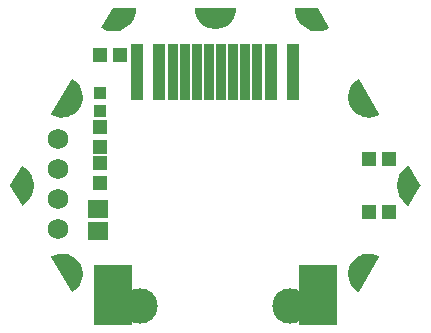
<source format=gbr>
G04 EAGLE Gerber RS-274X export*
G75*
%MOMM*%
%FSLAX34Y34*%
%LPD*%
%INSoldermask Top*%
%IPPOS*%
%AMOC8*
5,1,8,0,0,1.08239X$1,22.5*%
G01*
%ADD10R,1.003200X1.003200*%
%ADD11R,1.303200X1.203200*%
%ADD12R,1.203200X1.303200*%
%ADD13R,1.703200X1.503200*%
%ADD14C,3.003200*%
%ADD15R,0.813200X4.803200*%
%ADD16R,1.013200X4.803200*%
%ADD17R,3.203200X5.103200*%
%ADD18C,1.203200*%
%ADD19C,1.727200*%

G36*
X334178Y546586D02*
X334178Y546586D01*
X334226Y546586D01*
X336995Y547048D01*
X337028Y547060D01*
X337075Y547068D01*
X339731Y547980D01*
X339761Y547997D01*
X339806Y548013D01*
X342276Y549349D01*
X342302Y549371D01*
X342345Y549394D01*
X344560Y551119D01*
X344583Y551145D01*
X344621Y551175D01*
X346523Y553240D01*
X346541Y553270D01*
X346573Y553305D01*
X348109Y555656D01*
X348122Y555688D01*
X348148Y555728D01*
X349276Y558300D01*
X349283Y558333D01*
X349303Y558378D01*
X349992Y561099D01*
X349994Y561134D01*
X350006Y561181D01*
X350238Y563979D01*
X350234Y564008D01*
X350239Y564037D01*
X350223Y564106D01*
X350214Y564176D01*
X350200Y564202D01*
X350193Y564230D01*
X350151Y564287D01*
X350116Y564349D01*
X350092Y564367D01*
X350075Y564390D01*
X350014Y564426D01*
X349957Y564469D01*
X349929Y564477D01*
X349904Y564492D01*
X349806Y564508D01*
X349765Y564519D01*
X349754Y564517D01*
X349740Y564519D01*
X315740Y564519D01*
X315711Y564513D01*
X315682Y564516D01*
X315615Y564494D01*
X315545Y564480D01*
X315521Y564463D01*
X315493Y564454D01*
X315440Y564407D01*
X315381Y564367D01*
X315366Y564343D01*
X315344Y564323D01*
X315312Y564259D01*
X315274Y564200D01*
X315269Y564171D01*
X315257Y564145D01*
X315248Y564045D01*
X315241Y564003D01*
X315244Y563993D01*
X315242Y563979D01*
X315474Y561181D01*
X315484Y561147D01*
X315488Y561099D01*
X316177Y558378D01*
X316192Y558346D01*
X316204Y558300D01*
X317332Y555728D01*
X317352Y555700D01*
X317371Y555656D01*
X318907Y553305D01*
X318931Y553281D01*
X318957Y553240D01*
X320859Y551175D01*
X320887Y551154D01*
X320920Y551119D01*
X323135Y549394D01*
X323166Y549379D01*
X323204Y549349D01*
X325674Y548013D01*
X325707Y548003D01*
X325749Y547980D01*
X326840Y547605D01*
X328295Y547106D01*
X328405Y547068D01*
X328439Y547064D01*
X328485Y547048D01*
X331254Y546586D01*
X331289Y546587D01*
X331336Y546579D01*
X334144Y546579D01*
X334178Y546586D01*
G37*
G36*
X211347Y323830D02*
X211347Y323830D01*
X211418Y323827D01*
X211445Y323837D01*
X211474Y323839D01*
X211564Y323881D01*
X211604Y323896D01*
X211612Y323904D01*
X211625Y323910D01*
X213928Y325509D01*
X213952Y325535D01*
X213992Y325562D01*
X216001Y327519D01*
X216020Y327548D01*
X216055Y327581D01*
X217714Y329842D01*
X217729Y329873D01*
X217758Y329912D01*
X219022Y332415D01*
X219031Y332449D01*
X219053Y332492D01*
X219889Y335169D01*
X219892Y335203D01*
X219907Y335249D01*
X220290Y338028D01*
X220288Y338062D01*
X220294Y338110D01*
X220215Y340913D01*
X220207Y340947D01*
X220206Y340995D01*
X219667Y343747D01*
X219653Y343779D01*
X219644Y343827D01*
X218659Y346452D01*
X218644Y346477D01*
X218639Y346497D01*
X218631Y346507D01*
X218624Y346527D01*
X217220Y348955D01*
X217197Y348981D01*
X217173Y349023D01*
X215389Y351186D01*
X215362Y351208D01*
X215331Y351245D01*
X213215Y353086D01*
X213185Y353103D01*
X213149Y353135D01*
X210758Y354602D01*
X210726Y354613D01*
X210685Y354639D01*
X208086Y355692D01*
X208052Y355699D01*
X208007Y355717D01*
X205270Y356328D01*
X205235Y356329D01*
X205188Y356340D01*
X202388Y356492D01*
X202354Y356487D01*
X202306Y356490D01*
X199518Y356180D01*
X199485Y356169D01*
X199437Y356164D01*
X196739Y355399D01*
X196709Y355383D01*
X196662Y355370D01*
X194127Y354171D01*
X194103Y354154D01*
X194076Y354144D01*
X194024Y354095D01*
X193967Y354052D01*
X193953Y354027D01*
X193932Y354007D01*
X193903Y353942D01*
X193867Y353881D01*
X193864Y353852D01*
X193852Y353825D01*
X193851Y353754D01*
X193842Y353683D01*
X193850Y353655D01*
X193850Y353626D01*
X193884Y353533D01*
X193896Y353492D01*
X193903Y353483D01*
X193908Y353470D01*
X210908Y324070D01*
X210927Y324048D01*
X210940Y324022D01*
X210993Y323974D01*
X211040Y323921D01*
X211066Y323909D01*
X211088Y323889D01*
X211155Y323866D01*
X211219Y323836D01*
X211248Y323834D01*
X211276Y323825D01*
X211347Y323830D01*
G37*
G36*
X463126Y471553D02*
X463126Y471553D01*
X463174Y471550D01*
X465962Y471860D01*
X465995Y471871D01*
X466043Y471876D01*
X468741Y472641D01*
X468771Y472657D01*
X468818Y472670D01*
X471353Y473869D01*
X471377Y473886D01*
X471404Y473896D01*
X471456Y473945D01*
X471513Y473988D01*
X471527Y474013D01*
X471549Y474033D01*
X471577Y474098D01*
X471613Y474160D01*
X471616Y474188D01*
X471628Y474215D01*
X471629Y474286D01*
X471638Y474357D01*
X471630Y474385D01*
X471630Y474414D01*
X471596Y474507D01*
X471584Y474548D01*
X471577Y474557D01*
X471572Y474570D01*
X454572Y503970D01*
X454553Y503992D01*
X454540Y504018D01*
X454487Y504066D01*
X454440Y504119D01*
X454414Y504131D01*
X454392Y504151D01*
X454325Y504174D01*
X454261Y504204D01*
X454232Y504206D01*
X454204Y504215D01*
X454133Y504210D01*
X454062Y504213D01*
X454035Y504203D01*
X454006Y504201D01*
X453916Y504159D01*
X453876Y504144D01*
X453868Y504136D01*
X453855Y504130D01*
X451552Y502531D01*
X451528Y502506D01*
X451488Y502478D01*
X449479Y500521D01*
X449460Y500492D01*
X449425Y500459D01*
X447766Y498198D01*
X447751Y498167D01*
X447722Y498128D01*
X446458Y495625D01*
X446449Y495591D01*
X446427Y495548D01*
X445591Y492871D01*
X445588Y492837D01*
X445573Y492791D01*
X445190Y490012D01*
X445192Y489978D01*
X445186Y489930D01*
X445265Y487127D01*
X445273Y487093D01*
X445274Y487045D01*
X445813Y484293D01*
X445827Y484261D01*
X445836Y484213D01*
X446821Y481588D01*
X446839Y481558D01*
X446856Y481513D01*
X448260Y479085D01*
X448283Y479059D01*
X448307Y479018D01*
X450091Y476854D01*
X450118Y476832D01*
X450149Y476795D01*
X452265Y474954D01*
X452295Y474937D01*
X452331Y474906D01*
X454722Y473438D01*
X454754Y473427D01*
X454795Y473401D01*
X457394Y472348D01*
X457428Y472341D01*
X457473Y472323D01*
X460210Y471712D01*
X460245Y471711D01*
X460292Y471700D01*
X463092Y471548D01*
X463126Y471553D01*
G37*
G36*
X454166Y323831D02*
X454166Y323831D01*
X454237Y323830D01*
X454264Y323841D01*
X454293Y323845D01*
X454355Y323879D01*
X454420Y323907D01*
X454441Y323928D01*
X454466Y323942D01*
X454529Y324018D01*
X454559Y324049D01*
X454563Y324059D01*
X454572Y324070D01*
X471572Y353470D01*
X471581Y353498D01*
X471598Y353522D01*
X471613Y353591D01*
X471635Y353659D01*
X471633Y353688D01*
X471639Y353716D01*
X471626Y353786D01*
X471620Y353857D01*
X471607Y353883D01*
X471601Y353911D01*
X471561Y353970D01*
X471529Y354033D01*
X471506Y354052D01*
X471490Y354076D01*
X471408Y354133D01*
X471375Y354160D01*
X471365Y354163D01*
X471353Y354171D01*
X468818Y355370D01*
X468784Y355378D01*
X468741Y355399D01*
X466043Y356164D01*
X466008Y356166D01*
X465962Y356180D01*
X463174Y356490D01*
X463140Y356487D01*
X463092Y356492D01*
X460292Y356340D01*
X460258Y356331D01*
X460210Y356328D01*
X457473Y355717D01*
X457441Y355703D01*
X457394Y355692D01*
X454795Y354639D01*
X454766Y354620D01*
X454722Y354602D01*
X452331Y353135D01*
X452306Y353111D01*
X452265Y353086D01*
X450149Y351245D01*
X450128Y351218D01*
X450091Y351186D01*
X448307Y349023D01*
X448291Y348992D01*
X448260Y348955D01*
X446856Y346527D01*
X446845Y346494D01*
X446838Y346482D01*
X446828Y346467D01*
X446828Y346464D01*
X446821Y346452D01*
X445836Y343827D01*
X445830Y343792D01*
X445813Y343747D01*
X445274Y340995D01*
X445274Y340961D01*
X445265Y340913D01*
X445186Y338110D01*
X445192Y338076D01*
X445190Y338028D01*
X445573Y335249D01*
X445585Y335217D01*
X445591Y335169D01*
X446427Y332492D01*
X446444Y332461D01*
X446458Y332415D01*
X447722Y329912D01*
X447744Y329885D01*
X447766Y329842D01*
X449425Y327581D01*
X449451Y327558D01*
X449479Y327519D01*
X451488Y325562D01*
X451517Y325543D01*
X451552Y325509D01*
X453855Y323910D01*
X453882Y323898D01*
X453905Y323880D01*
X453973Y323859D01*
X454038Y323831D01*
X454067Y323831D01*
X454095Y323823D01*
X454166Y323831D01*
G37*
G36*
X205188Y471700D02*
X205188Y471700D01*
X205222Y471709D01*
X205270Y471712D01*
X208007Y472323D01*
X208039Y472337D01*
X208086Y472348D01*
X210685Y473401D01*
X210714Y473420D01*
X210758Y473438D01*
X213149Y474906D01*
X213174Y474929D01*
X213215Y474954D01*
X215331Y476795D01*
X215352Y476822D01*
X215389Y476854D01*
X217173Y479018D01*
X217189Y479048D01*
X217220Y479085D01*
X218624Y481513D01*
X218635Y481546D01*
X218659Y481588D01*
X219644Y484213D01*
X219650Y484248D01*
X219667Y484293D01*
X220206Y487045D01*
X220206Y487080D01*
X220215Y487127D01*
X220294Y489930D01*
X220289Y489964D01*
X220290Y490012D01*
X219907Y492791D01*
X219895Y492823D01*
X219889Y492871D01*
X219053Y495548D01*
X219036Y495579D01*
X219022Y495625D01*
X217758Y498128D01*
X217736Y498155D01*
X217714Y498198D01*
X216055Y500459D01*
X216029Y500482D01*
X216001Y500521D01*
X213992Y502478D01*
X213963Y502497D01*
X213928Y502531D01*
X211625Y504130D01*
X211598Y504142D01*
X211575Y504160D01*
X211507Y504181D01*
X211442Y504209D01*
X211413Y504209D01*
X211385Y504217D01*
X211314Y504209D01*
X211243Y504210D01*
X211216Y504199D01*
X211187Y504195D01*
X211125Y504161D01*
X211060Y504133D01*
X211039Y504112D01*
X211014Y504098D01*
X210951Y504022D01*
X210921Y503991D01*
X210917Y503981D01*
X210908Y503970D01*
X193908Y474570D01*
X193899Y474542D01*
X193882Y474518D01*
X193867Y474449D01*
X193845Y474381D01*
X193847Y474352D01*
X193841Y474324D01*
X193854Y474254D01*
X193860Y474183D01*
X193873Y474157D01*
X193879Y474129D01*
X193919Y474070D01*
X193951Y474007D01*
X193974Y473988D01*
X193990Y473964D01*
X194072Y473907D01*
X194105Y473880D01*
X194115Y473877D01*
X194127Y473869D01*
X196662Y472670D01*
X196696Y472662D01*
X196739Y472641D01*
X199437Y471876D01*
X199472Y471874D01*
X199518Y471860D01*
X202306Y471550D01*
X202340Y471553D01*
X202388Y471548D01*
X205188Y471700D01*
G37*
G36*
X496467Y397031D02*
X496467Y397031D01*
X496538Y397031D01*
X496565Y397042D01*
X496594Y397045D01*
X496656Y397080D01*
X496721Y397108D01*
X496742Y397128D01*
X496767Y397143D01*
X496830Y397220D01*
X496860Y397250D01*
X496864Y397260D01*
X496873Y397271D01*
X506373Y413771D01*
X506383Y413803D01*
X506392Y413816D01*
X506396Y413840D01*
X506397Y413844D01*
X506428Y413914D01*
X506428Y413938D01*
X506436Y413960D01*
X506430Y414036D01*
X506431Y414113D01*
X506421Y414137D01*
X506420Y414158D01*
X506399Y414197D01*
X506373Y414269D01*
X496873Y430769D01*
X496854Y430791D01*
X496841Y430817D01*
X496788Y430865D01*
X496741Y430918D01*
X496715Y430931D01*
X496694Y430950D01*
X496626Y430973D01*
X496562Y431004D01*
X496533Y431006D01*
X496506Y431015D01*
X496434Y431010D01*
X496363Y431013D01*
X496336Y431003D01*
X496307Y431001D01*
X496217Y430959D01*
X496177Y430944D01*
X496169Y430937D01*
X496156Y430931D01*
X493633Y429189D01*
X493609Y429165D01*
X493571Y429138D01*
X491359Y427014D01*
X491340Y426986D01*
X491306Y426954D01*
X489464Y424503D01*
X489450Y424472D01*
X489421Y424435D01*
X487996Y421720D01*
X487987Y421689D01*
X487971Y421664D01*
X487970Y421655D01*
X487965Y421646D01*
X486994Y418738D01*
X486990Y418704D01*
X486975Y418660D01*
X486483Y415633D01*
X486484Y415599D01*
X486476Y415553D01*
X486476Y412487D01*
X486477Y412483D01*
X486477Y412481D01*
X486483Y412454D01*
X486483Y412407D01*
X486975Y409380D01*
X486987Y409349D01*
X486994Y409302D01*
X487965Y406394D01*
X487982Y406365D01*
X487996Y406320D01*
X489421Y403605D01*
X489443Y403579D01*
X489464Y403537D01*
X491306Y401086D01*
X491331Y401063D01*
X491359Y401026D01*
X493571Y398902D01*
X493599Y398884D01*
X493633Y398851D01*
X496156Y397109D01*
X496183Y397098D01*
X496205Y397079D01*
X496274Y397059D01*
X496339Y397031D01*
X496368Y397031D01*
X496396Y397023D01*
X496467Y397031D01*
G37*
G36*
X169046Y397030D02*
X169046Y397030D01*
X169117Y397027D01*
X169144Y397037D01*
X169173Y397039D01*
X169263Y397081D01*
X169303Y397096D01*
X169311Y397103D01*
X169324Y397109D01*
X171847Y398851D01*
X171871Y398875D01*
X171909Y398902D01*
X174121Y401026D01*
X174140Y401054D01*
X174174Y401086D01*
X176016Y403537D01*
X176030Y403568D01*
X176059Y403605D01*
X177484Y406320D01*
X177493Y406353D01*
X177515Y406394D01*
X178486Y409302D01*
X178490Y409336D01*
X178505Y409380D01*
X178997Y412407D01*
X178996Y412441D01*
X179004Y412487D01*
X179004Y415553D01*
X178997Y415586D01*
X178997Y415633D01*
X178505Y418660D01*
X178493Y418691D01*
X178486Y418738D01*
X177515Y421646D01*
X177502Y421669D01*
X177496Y421694D01*
X177489Y421703D01*
X177484Y421720D01*
X176059Y424435D01*
X176037Y424461D01*
X176016Y424503D01*
X174174Y426954D01*
X174149Y426977D01*
X174121Y427014D01*
X171909Y429138D01*
X171881Y429156D01*
X171847Y429189D01*
X169324Y430931D01*
X169297Y430942D01*
X169275Y430961D01*
X169206Y430981D01*
X169141Y431009D01*
X169112Y431009D01*
X169084Y431017D01*
X169013Y431009D01*
X168942Y431010D01*
X168915Y430998D01*
X168886Y430995D01*
X168824Y430960D01*
X168759Y430932D01*
X168738Y430912D01*
X168713Y430897D01*
X168650Y430820D01*
X168620Y430790D01*
X168616Y430780D01*
X168607Y430769D01*
X159107Y414269D01*
X159083Y414196D01*
X159052Y414126D01*
X159052Y414102D01*
X159044Y414080D01*
X159051Y414004D01*
X159050Y413927D01*
X159059Y413903D01*
X159060Y413882D01*
X159081Y413843D01*
X159100Y413791D01*
X159101Y413785D01*
X159103Y413783D01*
X159107Y413771D01*
X168607Y397271D01*
X168626Y397249D01*
X168639Y397223D01*
X168692Y397175D01*
X168739Y397122D01*
X168765Y397109D01*
X168787Y397090D01*
X168854Y397067D01*
X168918Y397036D01*
X168947Y397035D01*
X168974Y397025D01*
X169046Y397030D01*
G37*
G36*
X420109Y544505D02*
X420109Y544505D01*
X420156Y544503D01*
X423194Y544868D01*
X423226Y544879D01*
X423272Y544884D01*
X426212Y545732D01*
X426242Y545748D01*
X426288Y545760D01*
X429054Y547069D01*
X429076Y547086D01*
X429103Y547096D01*
X429155Y547145D01*
X429213Y547188D01*
X429227Y547213D01*
X429248Y547232D01*
X429277Y547298D01*
X429313Y547360D01*
X429316Y547388D01*
X429328Y547414D01*
X429329Y547486D01*
X429338Y547557D01*
X429330Y547584D01*
X429331Y547613D01*
X429295Y547708D01*
X429284Y547748D01*
X429277Y547757D01*
X429273Y547769D01*
X419773Y564269D01*
X419721Y564328D01*
X419675Y564390D01*
X419656Y564401D01*
X419641Y564418D01*
X419571Y564452D01*
X419504Y564492D01*
X419480Y564496D01*
X419462Y564504D01*
X419417Y564506D01*
X419340Y564519D01*
X400340Y564519D01*
X400312Y564514D01*
X400284Y564516D01*
X400216Y564494D01*
X400145Y564480D01*
X400122Y564464D01*
X400095Y564455D01*
X400040Y564408D01*
X399981Y564367D01*
X399966Y564343D01*
X399945Y564325D01*
X399913Y564260D01*
X399874Y564200D01*
X399869Y564172D01*
X399857Y564146D01*
X399848Y564045D01*
X399841Y564003D01*
X399843Y563993D01*
X399842Y563980D01*
X400085Y560930D01*
X400094Y560898D01*
X400098Y560851D01*
X400826Y557879D01*
X400841Y557848D01*
X400852Y557803D01*
X402048Y554986D01*
X402067Y554958D01*
X402085Y554915D01*
X403717Y552327D01*
X403741Y552303D01*
X403765Y552263D01*
X405792Y549970D01*
X405819Y549950D01*
X405850Y549914D01*
X408218Y547976D01*
X408248Y547960D01*
X408284Y547931D01*
X410932Y546398D01*
X410964Y546387D01*
X411004Y546363D01*
X413864Y545275D01*
X413897Y545269D01*
X413941Y545252D01*
X416938Y544636D01*
X416972Y544636D01*
X417018Y544627D01*
X420075Y544500D01*
X420109Y544505D01*
G37*
G36*
X248462Y544627D02*
X248462Y544627D01*
X248495Y544635D01*
X248542Y544636D01*
X251539Y545252D01*
X251570Y545265D01*
X251616Y545275D01*
X254476Y546363D01*
X254505Y546381D01*
X254548Y546398D01*
X257196Y547931D01*
X257222Y547953D01*
X257263Y547976D01*
X259630Y549914D01*
X259652Y549941D01*
X259688Y549970D01*
X261715Y552263D01*
X261732Y552292D01*
X261763Y552327D01*
X263395Y554915D01*
X263407Y554947D01*
X263432Y554986D01*
X264628Y557803D01*
X264635Y557836D01*
X264654Y557879D01*
X265382Y560851D01*
X265384Y560885D01*
X265395Y560930D01*
X265638Y563980D01*
X265634Y564009D01*
X265639Y564037D01*
X265622Y564106D01*
X265614Y564178D01*
X265600Y564202D01*
X265593Y564230D01*
X265550Y564288D01*
X265515Y564350D01*
X265492Y564367D01*
X265475Y564390D01*
X265413Y564427D01*
X265356Y564470D01*
X265328Y564477D01*
X265304Y564492D01*
X265204Y564508D01*
X265163Y564519D01*
X265153Y564517D01*
X265140Y564519D01*
X246140Y564519D01*
X246064Y564504D01*
X245986Y564495D01*
X245967Y564484D01*
X245945Y564480D01*
X245881Y564436D01*
X245813Y564397D01*
X245797Y564378D01*
X245781Y564367D01*
X245757Y564329D01*
X245707Y564269D01*
X236207Y547769D01*
X236198Y547742D01*
X236182Y547718D01*
X236167Y547648D01*
X236144Y547580D01*
X236147Y547552D01*
X236141Y547524D01*
X236155Y547454D01*
X236160Y547382D01*
X236173Y547357D01*
X236179Y547329D01*
X236219Y547269D01*
X236252Y547206D01*
X236274Y547188D01*
X236290Y547164D01*
X236373Y547106D01*
X236405Y547079D01*
X236416Y547076D01*
X236427Y547069D01*
X239193Y545760D01*
X239226Y545752D01*
X239268Y545732D01*
X242208Y544884D01*
X242242Y544881D01*
X242286Y544868D01*
X245324Y544503D01*
X245358Y544506D01*
X245405Y544500D01*
X248462Y544627D01*
G37*
D10*
G36*
X239991Y487210D02*
X229960Y487175D01*
X229925Y497206D01*
X239956Y497241D01*
X239991Y487210D01*
G37*
G36*
X240043Y472210D02*
X230012Y472175D01*
X229977Y482206D01*
X240008Y482241D01*
X240043Y472210D01*
G37*
D11*
X235246Y446264D03*
X235246Y463264D03*
D12*
X234982Y415788D03*
X234982Y432788D03*
D13*
X233184Y394500D03*
X233184Y375500D03*
D14*
X395986Y311912D03*
X268986Y311912D03*
D15*
X368186Y510081D03*
X357986Y510081D03*
X347786Y510081D03*
X337586Y510081D03*
X327386Y510081D03*
X317186Y510081D03*
X306986Y510081D03*
X296786Y510081D03*
D16*
X380186Y510081D03*
X398586Y510081D03*
X284786Y510081D03*
X266386Y510081D03*
D17*
X419305Y321437D03*
X245667Y321437D03*
D18*
X167540Y414020D03*
X250140Y557120D03*
X415340Y557120D03*
X497940Y414020D03*
X208840Y342520D03*
X210428Y485520D03*
X332740Y557120D03*
X456640Y485520D03*
X456640Y342520D03*
D11*
X462988Y391319D03*
X479988Y391319D03*
X479988Y436563D03*
X462988Y436563D03*
D19*
X199231Y453231D03*
X199231Y427831D03*
X199231Y402431D03*
X199231Y377031D03*
D12*
X252181Y524669D03*
X235181Y524669D03*
M02*

</source>
